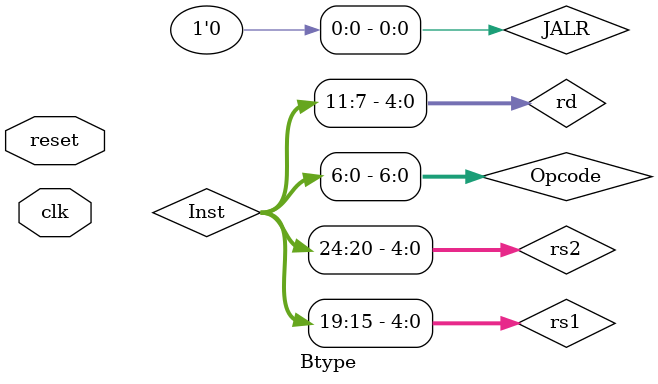
<source format=v>
`timescale 1ns / 1ps


module Btype 	( 
					input clk,
					input reset
					);
					
//	Inicialización de variables para el PC Regsiter
wire [31:0] PC;
wire [31:0] PC4;
wire [31:0] NextPC;	
PC RegPC (														//Inicializa Módulo PC
    .clk(clk), 												//Entrada de clock
    .NextPC(NextPC), 												//Entrada Dirección PC
    .PC(PC)														//Salida PC actualizado
    );
PC4 RegPC4 (													//Inicializa el Sumador de PC + 4
    .PC(PC), 													//Entrada PC actualizado
    .PC4(PC4)													//Salida PC4 = PC+4
    );

//	Inicialización de variables para la Instruction Memory
wire [31:0] Inst;
InstructionMemory IM (								//Inicializa funcion de Memoria Instrucciones
    .A(PC), 									//Entrada de PCactualizado
    .RD(Inst)													//Salida Rd
    );

//	Inicializacion de variables para la UC
wire [6:0] Opcode;
wire ForceJump,Branch,JumpPC,JumpRD,MemToReg,MemWrite,ALUscr,LUIscr,RegWrite;
wire [3:0] ALUOp;
//	Asignacion de bits para la UC
assign Opcode = Inst [6:0];
UC CU (								
    .Opcode(Opcode), 					
	 .ForceJump(ForceJump),
	 .Branch(Branch),
	 .JumpPC(JumpPC),
	 .JumpRD(JumpRD),
	 .MemToReg(MemToReg),
	 .MemWrite(MemWrite),
	 .ALUscr(ALUscr),
	 .LUIscr(LUIscr),
	 .ALUOp(ALUOp),
	 .RegWrite(RegWrite)
    );

//	Inicialización de variables para el Register File
wire [4:0] rs1;									
wire [4:0] rs2;
wire [4:0] rd;
wire [31:0] RD1;
wire [31:0] RD2;
wire [31:0] WD3;
//Asignacion de bits para los Address
assign rd = Inst [11:7];
assign rs1 = Inst [19:15];
assign rs2 = Inst [24:20];
RegisterFile RF (						//Inicializa funcion de banco de registros
    .clk(clk), 										//Entrada de clock
    .A1(rs1), 												//Entrada A1
    .A2(rs2), 												//Entrada A2
    .A3(rd), 												//Entrada A3
    .WE3(RegWrite), 											//Entrada WE3
    .WD3(WD3), 							//Entrada de salida de la ALU
    .reset(reset), 										//Entrada del reset
    .RD1(RD1), 											//Salida RD1
    .RD2(RD2)												//Salida RD2
    );

//	Inicializacion de variables para el Immediate Generator
wire [31:0] Imm;
ImmGenerator IG (									
    .Inst(Inst), 									
    .Imm(Imm)								
    );
	 
//	Inicializacion de variables para el sumador de PC+imm
wire [31:0] PCimm;
PCimm SumPCimm (														//Inicializa Módulo PC
    .PC(PC), 												//Entrada de clock
    .Imm(Imm), 												//Entrada Dirección PC
    .PCimm(PCimm)														//Salida PC actualizado
    );
	 
//	Inicializacion de variables para el Mux que decide entre RD2 o un valor inmediato
wire [31:0] RD2orImm;
Mux2to1 MuxRD2orImm (								
    .Sel(ALUscr),	
    .A(RD2), 											
    .B(Imm), 										
    .C(RD2orImm)													
    );

//	Inicializacion de variables para la ALU Control
wire [2:0] Funct3;
wire [6:0] Funct7;
wire [4:0] ALU_Control;
assign Funct3 = Inst[14:12];
assign Funct7 = Inst[31:25];
ALUControl AC (
	 .ALUOp(ALUOp),
	 .Funct75(Funct7[5]),
	 .Funct70(Funct7[0]),
	 .Funct3(Funct3),
	 .ALU_Control(ALU_Control)	
	 );

//	Inicializacion de variables para la ALU	 
wire [31:0] ALU_Result;
Alu ALU (													//Inicializacion de la funcion de la ALU
    .RD1(RD1), 												//Entrada RD1
    .RD2(RD2orImm), 												//Entrada RD2
    .ALU_Control(ALU_Control), 									//Entrada de ALU_Sel (seleccionador de alu)
    .ALU_Result(ALU_Result), 									//Salida ALU_Out
    .Zero(Zero)											//Condicion not equal
    );
	 
//	Inicializacion de variables para el Jump Control	 
wire BranchMux;
JumpControl JC (
		.Funct3(Funct3), 
		.ForceJump(ForceJump), 
		.Branch(Branch), 
		.Zero(Zero), 
		.BranchMux(BranchMux)
	);
	
//	Inicializacion de variables para el Mux que decide entre PC+4 o PC+imm
wire [31:0] PC4orPCimm;							
Mux2to1 MuxPC4orPCimm (
    .Sel(BranchMux), 
    .A(PC4), 
    .B(PCimm), 
    .C(PC4orPCimm)
    );
	 
//	Inicializacion de variables para el Mux que decide entre PC+4 o JALR
wire [31:0] JALR;							
assign JALR = {ALU_Result[31:1],1'b0};	
Mux2to1 MuxNextPC (
    .Sel(JumpPC), 
    .A(PC4orPCimm), 
    .B(JALR), 
    .C(NextPC)
    );

//	Inicializacion de variables para el Store Logic	 
wire [31:0] NDS;
wire [3:0] BE;	 
StoreLogic SL (						//Inicializacion de la funcion UnidadDeMemoria
    .D(RD2), 										//Entrada de clock a UnidadDeMemoria
    .ALU(ALU_Result[1:0]), 											//Entrada de ALU_Out
    .DT(Inst[13]), 												//Entrada de WE												
    .ND(NDS),	
	 .BE(BE)		
    );

//	Inicializacion de variables para la Data Memory
wire [31:0] RD;
DataMemory DM (						//Inicializacion de la funcion UnidadDeMemoria
    .clk(clk), 										//Entrada de clock a UnidadDeMemoria
    .WE(MemWrite), 												//Entrada de WE
	 .BE(BE), 												//Entrada de WE
	 .A(ALU_Result), 											//Entrada de ALU_Out
    .WD(NDS), 												//Entrada de RD2
    .RD(RD)									//Salida de SalidaMemoria
    );
	 
//	Inicializacion de variables para el Load Logic	 
wire [31:0] NDL;	 
LoadLogic LL (						//Inicializacion de la funcion UnidadDeMemoria
    .D(RD), 										//Entrada de clock a UnidadDeMemoria
    .ALU(ALU_Result[1:0]), 											//Entrada de ALU_Out
    .DT(Inst[13]), 												//Entrada de WE
    .Sign(Inst[14]), 												
    .ND(NDL)									
    );
	 
//Inicializacion de variables para el Mux que decide entre el resultado de la ALU o el contenido de Data Memory
wire [31:0] ALUorMEM;
Mux2to1 MuxALUorMEM (		
	 .Sel(MemToReg), 			
    .A(ALU_Result),											
    .B(NDL), 									
    .C(ALUorMEM)								
    );
//Inicializacion del Mux que decide entre la salida del Mux ALUorMEM o PC+4 
Mux2to1 MuxWD3 (										
	 .Sel(JumpRD), 			
    .A(ALUorMEM),											
    .B(PC4), 									
    .C(WD3)								
    );	 
endmodule

</source>
